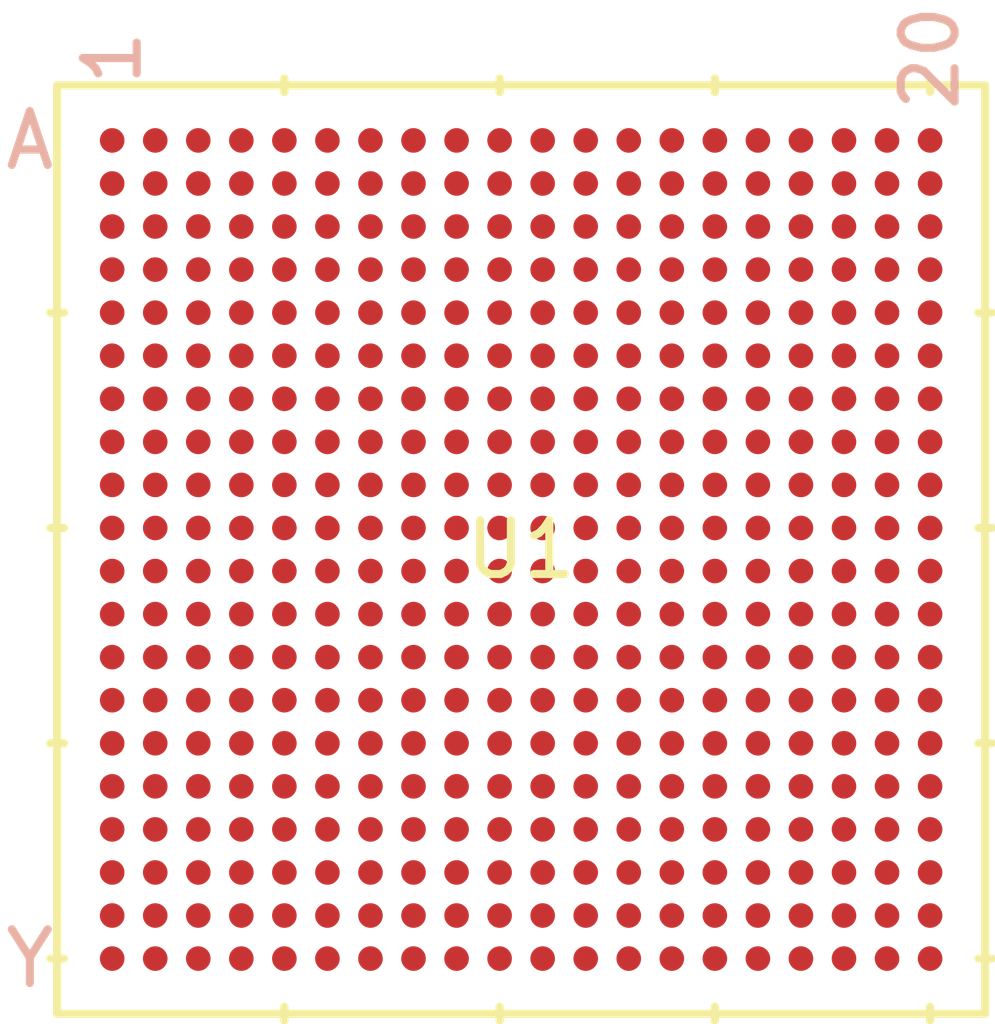
<source format=kicad_pcb>
(kicad_pcb (version 20241229) (generator "pcbnew") (generator_version "9.0")
  (layers (0 "F.Cu" signal) (2 "B.Cu" signal) (13 "F.Paste" user) (15 "B.Paste" user) (5 "F.SilkS" user "F.Silkscreen") (7 "B.SilkS" user "B.Silkscreen") (1 "F.Mask" user) (3 "B.Mask" user) (25 "Edge.Cuts" user))
  (net 0 "")
  (net 1 "USB0-STP")
  (net 3 "SD0-CMD")
  (net 40 "+1V8")
  (net 56 "QSPI0-SCLK{slash}MODE-4")
  (net 66 "MIO0-6")
  (net 68 "UART0-TX")
  (net 69 "ETH0-TX-CLK")
  (net 73 "QSPI0-SS-B")
  (net 75 "SD0-CLK")
  (net 89 "USB0-DATA-7")
  (net 92 "QSPI0-IO-1{slash}MODE-1")
  (net 94 "USB0-DATA-2")
  (net 100 "ETH0-TX-CTL")
  (net 104 "MIO0-3")
  (net 114 "+3.3V")
  (net 125 "USB0-CLK")
  (net 132 "SD0-DATA-0")
  (net 133 "USB0-DIR")
  (net 134 "USB0-DATA-3")
  (net 162 "QSPI0-IO-0{slash}MODE-0")
  (net 163 "MIO1-0")
  (net 164 "SD0-DATA-3")
  (net 165 "USB0-DATA-1")
  (net 166 "MIO0-5")
  (net 167 "ETH0-RX-CTL")
  (net 168 "SD0-DATA-2")
  (net 184 "MIO0-0")
  (net 193 "UART0-RX")
  (net 202 "ETH0-TXD-1")
  (net 225 "USB0-DATA-0")
  (net 233 "USB0-DATA-4")
  (net 234 "MIO1-4")
  (net 237 "SD0-DATA-1")
  (net 243 "QSPI0-IO-3{slash}MODE-3")
  (net 254 "MIO0-1")
  (net 256 "ETH0-TXD-3")
  (net 258 "USB0-DATA-6")
  (net 275 "/zynqMio/CLK-33.33M")
  (net 282 "MIO1-3")
  (net 285 "USB0-NXT")
  (net 291 "ETH0-RXD-1")
  (net 295 "MIO1-5")
  (net 313 "QSPI0-IO-2{slash}MODE-2")
  (net 317 "USB0-DATA-5")
  (net 319 "ETH0-MDC")
  (net 335 "MIO1-2")
  (net 336 "MIO1-1")
  (net 343 "ETH0-RXD-0")
  (net 344 "ETH0-MDIO")
  (net 346 "ETH0-TXD-2")
  (net 351 "MIO0-7")
  (net 352 "ETH0-RX-CLK")
  (net 354 "ETH0-RXD-3")
  (net 364 "MIO0-2")
  (net 369 "MIO0-4")
  (net 382 "ETH0-RXD-2")
  (net 394 "ETH0-TXD-0")
  (footprint "Zynq:CLG400_ZYNQ-7000_AMD" (layer "F.Cu") (at 134.900001 119.400001)
    (property "Reference" "U1" (at 0 0 0) (layer "F.SilkS"))
    (property "Value" "XC7Z020-2CLG400I")
    (fp_line (start -8.6233 -8.6233) (end -8.6233 8.6233) (stroke (width 0.1524)) (layer "F.SilkS"))
    (fp_line (start -8.6233 8.6233) (end 8.6233 8.6233) (stroke (width 0.1524)) (layer "F.SilkS"))
    (fp_line (start -8.4963 -4.400042) (end -8.7503 -4.400042) (stroke (width 0.1524)) (layer "F.SilkS"))
    (fp_line (start -8.4963 -0.40005) (end -8.7503 -0.40005) (stroke (width 0.1524)) (layer "F.SilkS"))
    (fp_line (start -8.4963 3.599942) (end -8.7503 3.599942) (stroke (width 0.1524)) (layer "F.SilkS"))
    (fp_line (start -8.4963 7.599934) (end -8.7503 7.599934) (stroke (width 0.1524)) (layer "F.SilkS"))
    (fp_line (start -4.400042 -8.4963) (end -4.400042 -8.7503) (stroke (width 0.1524)) (layer "F.SilkS"))
    (fp_line (start -4.400042 8.4963) (end -4.400042 8.7503) (stroke (width 0.1524)) (layer "F.SilkS"))
    (fp_line (start -0.40005 -8.4963) (end -0.40005 -8.7503) (stroke (width 0.1524)) (layer "F.SilkS"))
    (fp_line (start -0.40005 8.4963) (end -0.40005 8.7503) (stroke (width 0.1524)) (layer "F.SilkS"))
    (fp_line (start 3.599942 -8.4963) (end 3.599942 -8.7503) (stroke (width 0.1524)) (layer "F.SilkS"))
    (fp_line (start 3.599942 8.4963) (end 3.599942 8.7503) (stroke (width 0.1524)) (layer "F.SilkS"))
    (fp_line (start 7.599934 -8.4963) (end 7.599934 -8.7503) (stroke (width 0.1524)) (layer "F.SilkS"))
    (fp_line (start 7.599934 8.4963) (end 7.599934 8.7503) (stroke (width 0.1524)) (layer "F.SilkS"))
    (fp_line (start 8.4963 -4.400042) (end 8.7503 -4.400042) (stroke (width 0.1524)) (layer "F.SilkS"))
    (fp_line (start 8.4963 -0.40005) (end 8.7503 -0.40005) (stroke (width 0.1524)) (layer "F.SilkS"))
    (fp_line (start 8.4963 3.599942) (end 8.7503 3.599942) (stroke (width 0.1524)) (layer "F.SilkS"))
    (fp_line (start 8.4963 7.599934) (end 8.7503 7.599934) (stroke (width 0.1524)) (layer "F.SilkS"))
    (fp_line (start 8.6233 -8.6233) (end -8.6233 -8.6233) (stroke (width 0.1524)) (layer "F.SilkS"))
    (fp_line (start 8.6233 8.6233) (end 8.6233 -8.6233) (stroke (width 0.1524)) (layer "F.SilkS"))
    (fp_text user "20" (at 7.599999 -9.1313 90) (layer "F.SilkS"))
    (fp_text user "A" (at -9.1313 -7.599999 0) (layer "F.SilkS"))
    (fp_text user "Y" (at -9.1313 7.599999 0) (layer "F.SilkS"))
    (fp_text user "1" (at -7.599999 -9.1313 90) (layer "F.SilkS"))
    (fp_text user "Y" (at -9.1313 7.599999 0) (layer "B.SilkS"))
    (fp_text user "1" (at -7.599999 -9.1313 90) (layer "B.SilkS"))
    (fp_text user "A" (at -9.1313 -7.599999 0) (layer "B.SilkS"))
    (fp_text user "20" (at 7.599999 -9.1313 90) (layer "B.SilkS"))
    (pad "A1" smd circle (at -7.599999 -7.599999) (size 0.4572 0.4572) (layers "F.Cu" "F.Mask" "F.Paste"))
    (pad "A2" smd circle (at -6.799999 -7.599999) (size 0.4572 0.4572) (layers "F.Cu" "F.Mask" "F.Paste"))
    (pad "A3" smd circle (at -5.999999 -7.599999) (size 0.4572 0.4572) (layers "F.Cu" "F.Mask" "F.Paste"))
    (pad "A4" smd circle (at -5.199999 -7.599999) (size 0.4572 0.4572) (layers "F.Cu" "F.Mask" "F.Paste"))
    (pad "A5" smd circle (at -4.399999 -7.599999) (size 0.4572 0.4572) (layers "F.Cu" "F.Mask" "F.Paste") (net 56 "QSPI0-SCLK{slash}MODE-4"))
    (pad "A6" smd circle (at -3.599999 -7.599999) (size 0.4572 0.4572) (layers "F.Cu" "F.Mask" "F.Paste") (net 243 "QSPI0-IO-3{slash}MODE-3"))
    (pad "A7" smd circle (at -2.8 -7.599999) (size 0.4572 0.4572) (layers "F.Cu" "F.Mask" "F.Paste") (net 73 "QSPI0-SS-B"))
    (pad "A8" smd circle (at -2 -7.599999) (size 0.4572 0.4572) (layers "F.Cu" "F.Mask" "F.Paste"))
    (pad "A9" smd circle (at -1.2 -7.599999) (size 0.4572 0.4572) (layers "F.Cu" "F.Mask" "F.Paste") (net 237 "SD0-DATA-1"))
    (pad "A10" smd circle (at -0.4 -7.599999) (size 0.4572 0.4572) (layers "F.Cu" "F.Mask" "F.Paste") (net 317 "USB0-DATA-5"))
    (pad "A11" smd circle (at 0.4 -7.599999) (size 0.4572 0.4572) (layers "F.Cu" "F.Mask" "F.Paste") (net 125 "USB0-CLK"))
    (pad "A12" smd circle (at 1.2 -7.599999) (size 0.4572 0.4572) (layers "F.Cu" "F.Mask" "F.Paste") (net 94 "USB0-DATA-2"))
    (pad "A13" smd circle (at 2 -7.599999) (size 0.4572 0.4572) (layers "F.Cu" "F.Mask" "F.Paste") (net 40 "+1V8"))
    (pad "A14" smd circle (at 2.8 -7.599999) (size 0.4572 0.4572) (layers "F.Cu" "F.Mask" "F.Paste") (net 225 "USB0-DATA-0"))
    (pad "A15" smd circle (at 3.6 -7.599999) (size 0.4572 0.4572) (layers "F.Cu" "F.Mask" "F.Paste") (net 354 "ETH0-RXD-3"))
    (pad "A16" smd circle (at 4.4 -7.599999) (size 0.4572 0.4572) (layers "F.Cu" "F.Mask" "F.Paste") (net 291 "ETH0-RXD-1"))
    (pad "A17" smd circle (at 5.2 -7.599999) (size 0.4572 0.4572) (layers "F.Cu" "F.Mask" "F.Paste") (net 256 "ETH0-TXD-3"))
    (pad "A18" smd circle (at 5.999999 -7.599999) (size 0.4572 0.4572) (layers "F.Cu" "F.Mask" "F.Paste"))
    (pad "A19" smd circle (at 6.799999 -7.599999) (size 0.4572 0.4572) (layers "F.Cu" "F.Mask" "F.Paste") (net 69 "ETH0-TX-CLK"))
    (pad "A20" smd circle (at 7.599999 -7.599999) (size 0.4572 0.4572) (layers "F.Cu" "F.Mask" "F.Paste"))
    (pad "B1" smd circle (at -7.599999 -6.799999) (size 0.4572 0.4572) (layers "F.Cu" "F.Mask" "F.Paste"))
    (pad "B2" smd circle (at -6.799999 -6.799999) (size 0.4572 0.4572) (layers "F.Cu" "F.Mask" "F.Paste"))
    (pad "B3" smd circle (at -5.999999 -6.799999) (size 0.4572 0.4572) (layers "F.Cu" "F.Mask" "F.Paste"))
    (pad "B4" smd circle (at -5.199999 -6.799999) (size 0.4572 0.4572) (layers "F.Cu" "F.Mask" "F.Paste"))
    (pad "B5" smd circle (at -4.399999 -6.799999) (size 0.4572 0.4572) (layers "F.Cu" "F.Mask" "F.Paste") (net 104 "MIO0-3"))
    (pad "B6" smd circle (at -3.599999 -6.799999) (size 0.4572 0.4572) (layers "F.Cu" "F.Mask" "F.Paste") (net 114 "+3.3V"))
    (pad "B7" smd circle (at -2.8 -6.799999) (size 0.4572 0.4572) (layers "F.Cu" "F.Mask" "F.Paste") (net 313 "QSPI0-IO-2{slash}MODE-2"))
    (pad "B8" smd circle (at -2 -6.799999) (size 0.4572 0.4572) (layers "F.Cu" "F.Mask" "F.Paste") (net 162 "QSPI0-IO-0{slash}MODE-0"))
    (pad "B9" smd circle (at -1.2 -6.799999) (size 0.4572 0.4572) (layers "F.Cu" "F.Mask" "F.Paste") (net 295 "MIO1-5"))
    (pad "B10" smd circle (at -0.4 -6.799999) (size 0.4572 0.4572) (layers "F.Cu" "F.Mask" "F.Paste"))
    (pad "B11" smd circle (at 0.4 -6.799999) (size 0.4572 0.4572) (layers "F.Cu" "F.Mask" "F.Paste"))
    (pad "B12" smd circle (at 1.2 -6.799999) (size 0.4572 0.4572) (layers "F.Cu" "F.Mask" "F.Paste") (net 335 "MIO1-2"))
    (pad "B13" smd circle (at 2 -6.799999) (size 0.4572 0.4572) (layers "F.Cu" "F.Mask" "F.Paste") (net 234 "MIO1-4"))
    (pad "B14" smd circle (at 2.8 -6.799999) (size 0.4572 0.4572) (layers "F.Cu" "F.Mask" "F.Paste") (net 336 "MIO1-1"))
    (pad "B15" smd circle (at 3.6 -6.799999) (size 0.4572 0.4572) (layers "F.Cu" "F.Mask" "F.Paste") (net 164 "SD0-DATA-3"))
    (pad "B16" smd circle (at 4.4 -6.799999) (size 0.4572 0.4572) (layers "F.Cu" "F.Mask" "F.Paste") (net 40 "+1V8"))
    (pad "B17" smd circle (at 5.2 -6.799999) (size 0.4572 0.4572) (layers "F.Cu" "F.Mask" "F.Paste") (net 352 "ETH0-RX-CLK"))
    (pad "B18" smd circle (at 5.999999 -6.799999) (size 0.4572 0.4572) (layers "F.Cu" "F.Mask" "F.Paste") (net 202 "ETH0-TXD-1"))
    (pad "B19" smd circle (at 6.799999 -6.799999) (size 0.4572 0.4572) (layers "F.Cu" "F.Mask" "F.Paste"))
    (pad "B20" smd circle (at 7.599999 -6.799999) (size 0.4572 0.4572) (layers "F.Cu" "F.Mask" "F.Paste"))
    (pad "C1" smd circle (at -7.599999 -5.999999) (size 0.4572 0.4572) (layers "F.Cu" "F.Mask" "F.Paste"))
    (pad "C2" smd circle (at -6.799999 -5.999999) (size 0.4572 0.4572) (layers "F.Cu" "F.Mask" "F.Paste"))
    (pad "C3" smd circle (at -5.999999 -5.999999) (size 0.4572 0.4572) (layers "F.Cu" "F.Mask" "F.Paste"))
    (pad "C4" smd circle (at -5.199999 -5.999999) (size 0.4572 0.4572) (layers "F.Cu" "F.Mask" "F.Paste"))
    (pad "C5" smd circle (at -4.399999 -5.999999) (size 0.4572 0.4572) (layers "F.Cu" "F.Mask" "F.Paste") (net 193 "UART0-RX"))
    (pad "C6" smd circle (at -3.599999 -5.999999) (size 0.4572 0.4572) (layers "F.Cu" "F.Mask" "F.Paste") (net 166 "MIO0-5"))
    (pad "C7" smd circle (at -2.8 -5.999999) (size 0.4572 0.4572) (layers "F.Cu" "F.Mask" "F.Paste"))
    (pad "C8" smd circle (at -2 -5.999999) (size 0.4572 0.4572) (layers "F.Cu" "F.Mask" "F.Paste") (net 68 "UART0-TX"))
    (pad "C9" smd circle (at -1.2 -5.999999) (size 0.4572 0.4572) (layers "F.Cu" "F.Mask" "F.Paste"))
    (pad "C10" smd circle (at -0.4 -5.999999) (size 0.4572 0.4572) (layers "F.Cu" "F.Mask" "F.Paste") (net 319 "ETH0-MDC"))
    (pad "C11" smd circle (at 0.4 -5.999999) (size 0.4572 0.4572) (layers "F.Cu" "F.Mask" "F.Paste") (net 344 "ETH0-MDIO"))
    (pad "C12" smd circle (at 1.2 -5.999999) (size 0.4572 0.4572) (layers "F.Cu" "F.Mask" "F.Paste") (net 282 "MIO1-3"))
    (pad "C13" smd circle (at 2 -5.999999) (size 0.4572 0.4572) (layers "F.Cu" "F.Mask" "F.Paste") (net 133 "USB0-DIR"))
    (pad "C14" smd circle (at 2.8 -5.999999) (size 0.4572 0.4572) (layers "F.Cu" "F.Mask" "F.Paste"))
    (pad "C15" smd circle (at 3.6 -5.999999) (size 0.4572 0.4572) (layers "F.Cu" "F.Mask" "F.Paste") (net 1 "USB0-STP"))
    (pad "C16" smd circle (at 4.4 -5.999999) (size 0.4572 0.4572) (layers "F.Cu" "F.Mask" "F.Paste") (net 233 "USB0-DATA-4"))
    (pad "C17" smd circle (at 5.2 -5.999999) (size 0.4572 0.4572) (layers "F.Cu" "F.Mask" "F.Paste") (net 3 "SD0-CMD"))
    (pad "C18" smd circle (at 5.999999 -5.999999) (size 0.4572 0.4572) (layers "F.Cu" "F.Mask" "F.Paste") (net 89 "USB0-DATA-7"))
    (pad "C19" smd circle (at 6.799999 -5.999999) (size 0.4572 0.4572) (layers "F.Cu" "F.Mask" "F.Paste"))
    (pad "C20" smd circle (at 7.599999 -5.999999) (size 0.4572 0.4572) (layers "F.Cu" "F.Mask" "F.Paste"))
    (pad "D1" smd circle (at -7.599999 -5.199999) (size 0.4572 0.4572) (layers "F.Cu" "F.Mask" "F.Paste"))
    (pad "D2" smd circle (at -6.799999 -5.199999) (size 0.4572 0.4572) (layers "F.Cu" "F.Mask" "F.Paste"))
    (pad "D3" smd circle (at -5.999999 -5.199999) (size 0.4572 0.4572) (layers "F.Cu" "F.Mask" "F.Paste"))
    (pad "D4" smd circle (at -5.199999 -5.199999) (size 0.4572 0.4572) (layers "F.Cu" "F.Mask" "F.Paste"))
    (pad "D5" smd circle (at -4.399999 -5.199999) (size 0.4572 0.4572) (layers "F.Cu" "F.Mask" "F.Paste") (net 364 "MIO0-2"))
    (pad "D6" smd circle (at -3.599999 -5.199999) (size 0.4572 0.4572) (layers "F.Cu" "F.Mask" "F.Paste") (net 92 "QSPI0-IO-1{slash}MODE-1"))
    (pad "D7" smd circle (at -2.8 -5.199999) (size 0.4572 0.4572) (layers "F.Cu" "F.Mask" "F.Paste") (net 114 "+3.3V"))
    (pad "D8" smd circle (at -2 -5.199999) (size 0.4572 0.4572) (layers "F.Cu" "F.Mask" "F.Paste") (net 254 "MIO0-1"))
    (pad "D9" smd circle (at -1.2 -5.199999) (size 0.4572 0.4572) (layers "F.Cu" "F.Mask" "F.Paste") (net 66 "MIO0-6"))
    (pad "D10" smd circle (at -0.4 -5.199999) (size 0.4572 0.4572) (layers "F.Cu" "F.Mask" "F.Paste") (net 346 "ETH0-TXD-2"))
    (pad "D11" smd circle (at 0.4 -5.199999) (size 0.4572 0.4572) (layers "F.Cu" "F.Mask" "F.Paste") (net 343 "ETH0-RXD-0"))
    (pad "D12" smd circle (at 1.2 -5.199999) (size 0.4572 0.4572) (layers "F.Cu" "F.Mask" "F.Paste") (net 40 "+1V8"))
    (pad "D13" smd circle (at 2 -5.199999) (size 0.4572 0.4572) (layers "F.Cu" "F.Mask" "F.Paste") (net 167 "ETH0-RX-CTL"))
    (pad "D14" smd circle (at 2.8 -5.199999) (size 0.4572 0.4572) (layers "F.Cu" "F.Mask" "F.Paste") (net 75 "SD0-CLK"))
    (pad "D15" smd circle (at 3.6 -5.199999) (size 0.4572 0.4572) (layers "F.Cu" "F.Mask" "F.Paste") (net 165 "USB0-DATA-1"))
    (pad "D16" smd circle (at 4.4 -5.199999) (size 0.4572 0.4572) (layers "F.Cu" "F.Mask" "F.Paste") (net 163 "MIO1-0"))
    (pad "D17" smd circle (at 5.2 -5.199999) (size 0.4572 0.4572) (layers "F.Cu" "F.Mask" "F.Paste"))
    (pad "D18" smd circle (at 5.999999 -5.199999) (size 0.4572 0.4572) (layers "F.Cu" "F.Mask" "F.Paste"))
    (pad "D19" smd circle (at 6.799999 -5.199999) (size 0.4572 0.4572) (layers "F.Cu" "F.Mask" "F.Paste"))
    (pad "D20" smd circle (at 7.599999 -5.199999) (size 0.4572 0.4572) (layers "F.Cu" "F.Mask" "F.Paste"))
    (pad "E1" smd circle (at -7.599999 -4.399999) (size 0.4572 0.4572) (layers "F.Cu" "F.Mask" "F.Paste"))
    (pad "E2" smd circle (at -6.799999 -4.399999) (size 0.4572 0.4572) (layers "F.Cu" "F.Mask" "F.Paste"))
    (pad "E3" smd circle (at -5.999999 -4.399999) (size 0.4572 0.4572) (layers "F.Cu" "F.Mask" "F.Paste"))
    (pad "E4" smd circle (at -5.199999 -4.399999) (size 0.4572 0.4572) (layers "F.Cu" "F.Mask" "F.Paste"))
    (pad "E5" smd circle (at -4.399999 -4.399999) (size 0.4572 0.4572) (layers "F.Cu" "F.Mask" "F.Paste"))
    (pad "E6" smd circle (at -3.599999 -4.399999) (size 0.4572 0.4572) (layers "F.Cu" "F.Mask" "F.Paste") (net 184 "MIO0-0"))
    (pad "E7" smd circle (at -2.8 -4.399999) (size 0.4572 0.4572) (layers "F.Cu" "F.Mask" "F.Paste") (net 275 "/zynqMio/CLK-33.33M"))
    (pad "E8" smd circle (at -2 -4.399999) (size 0.4572 0.4572) (layers "F.Cu" "F.Mask" "F.Paste") (net 351 "MIO0-7"))
    (pad "E9" smd circle (at -1.2 -4.399999) (size 0.4572 0.4572) (layers "F.Cu" "F.Mask" "F.Paste") (net 369 "MIO0-4"))
    (pad "E10" smd circle (at -0.4 -4.399999) (size 0.4572 0.4572) (layers "F.Cu" "F.Mask" "F.Paste"))
    (pad "E11" smd circle (at 0.4 -4.399999) (size 0.4572 0.4572) (layers "F.Cu" "F.Mask" "F.Paste"))
    (pad "E12" smd circle (at 1.2 -4.399999) (size 0.4572 0.4572) (layers "F.Cu" "F.Mask" "F.Paste") (net 132 "SD0-DATA-0"))
    (pad "E13" smd circle (at 2 -4.399999) (size 0.4572 0.4572) (layers "F.Cu" "F.Mask" "F.Paste") (net 258 "USB0-DATA-6"))
    (pad "E14" smd circle (at 2.8 -4.399999) (size 0.4572 0.4572) (layers "F.Cu" "F.Mask" "F.Paste") (net 394 "ETH0-TXD-0"))
    (pad "E15" smd circle (at 3.6 -4.399999) (size 0.4572 0.4572) (layers "F.Cu" "F.Mask" "F.Paste") (net 40 "+1V8"))
    (pad "E16" smd circle (at 4.4 -4.399999) (size 0.4572 0.4572) (layers "F.Cu" "F.Mask" "F.Paste") (net 285 "USB0-NXT"))
    (pad "E17" smd circle (at 5.2 -4.399999) (size 0.4572 0.4572) (layers "F.Cu" "F.Mask" "F.Paste"))
    (pad "E18" smd circle (at 5.999999 -4.399999) (size 0.4572 0.4572) (layers "F.Cu" "F.Mask" "F.Paste"))
    (pad "E19" smd circle (at 6.799999 -4.399999) (size 0.4572 0.4572) (layers "F.Cu" "F.Mask" "F.Paste"))
    (pad "E20" smd circle (at 7.599999 -4.399999) (size 0.4572 0.4572) (layers "F.Cu" "F.Mask" "F.Paste"))
    (pad "F1" smd circle (at -7.599999 -3.599999) (size 0.4572 0.4572) (layers "F.Cu" "F.Mask" "F.Paste"))
    (pad "F2" smd circle (at -6.799999 -3.599999) (size 0.4572 0.4572) (layers "F.Cu" "F.Mask" "F.Paste"))
    (pad "F3" smd circle (at -5.999999 -3.599999) (size 0.4572 0.4572) (layers "F.Cu" "F.Mask" "F.Paste"))
    (pad "F4" smd circle (at -5.199999 -3.599999) (size 0.4572 0.4572) (layers "F.Cu" "F.Mask" "F.Paste"))
    (pad "F5" smd circle (at -4.399999 -3.599999) (size 0.4572 0.4572) (layers "F.Cu" "F.Mask" "F.Paste"))
    (pad "F6" smd circle (at -3.599999 -3.599999) (size 0.4572 0.4572) (layers "F.Cu" "F.Mask" "F.Paste"))
    (pad "F7" smd circle (at -2.8 -3.599999) (size 0.4572 0.4572) (layers "F.Cu" "F.Mask" "F.Paste"))
    (pad "F8" smd circle (at -2 -3.599999) (size 0.4572 0.4572) (layers "F.Cu" "F.Mask" "F.Paste"))
    (pad "F9" smd circle (at -1.2 -3.599999) (size 0.4572 0.4572) (layers "F.Cu" "F.Mask" "F.Paste"))
    (pad "F10" smd circle (at -0.4 -3.599999) (size 0.4572 0.4572) (layers "F.Cu" "F.Mask" "F.Paste"))
    (pad "F11" smd circle (at 0.4 -3.599999) (size 0.4572 0.4572) (layers "F.Cu" "F.Mask" "F.Paste"))
    (pad "F12" smd circle (at 1.2 -3.599999) (size 0.4572 0.4572) (layers "F.Cu" "F.Mask" "F.Paste") (net 134 "USB0-DATA-3"))
    (pad "F13" smd circle (at 2 -3.599999) (size 0.4572 0.4572) (layers "F.Cu" "F.Mask" "F.Paste") (net 168 "SD0-DATA-2"))
    (pad "F14" smd circle (at 2.8 -3.599999) (size 0.4572 0.4572) (layers "F.Cu" "F.Mask" "F.Paste") (net 100 "ETH0-TX-CTL"))
    (pad "F15" smd circle (at 3.6 -3.599999) (size 0.4572 0.4572) (layers "F.Cu" "F.Mask" "F.Paste") (net 382 "ETH0-RXD-2"))
    (pad "F16" smd circle (at 4.4 -3.599999) (size 0.4572 0.4572) (layers "F.Cu" "F.Mask" "F.Paste"))
    (pad "F17" smd circle (at 5.2 -3.599999) (size 0.4572 0.4572) (layers "F.Cu" "F.Mask" "F.Paste"))
    (pad "F18" smd circle (at 5.999999 -3.599999) (size 0.4572 0.4572) (layers "F.Cu" "F.Mask" "F.Paste"))
    (pad "F19" smd circle (at 6.799999 -3.599999) (size 0.4572 0.4572) (layers "F.Cu" "F.Mask" "F.Paste"))
    (pad "F20" smd circle (at 7.599999 -3.599999) (size 0.4572 0.4572) (layers "F.Cu" "F.Mask" "F.Paste"))
    (pad "G1" smd circle (at -7.599999 -2.8) (size 0.4572 0.4572) (layers "F.Cu" "F.Mask" "F.Paste"))
    (pad "G2" smd circle (at -6.799999 -2.8) (size 0.4572 0.4572) (layers "F.Cu" "F.Mask" "F.Paste"))
    (pad "G3" smd circle (at -5.999999 -2.8) (size 0.4572 0.4572) (layers "F.Cu" "F.Mask" "F.Paste"))
    (pad "G4" smd circle (at -5.199999 -2.8) (size 0.4572 0.4572) (layers "F.Cu" "F.Mask" "F.Paste"))
    (pad "G5" smd circle (at -4.399999 -2.8) (size 0.4572 0.4572) (layers "F.Cu" "F.Mask" "F.Paste"))
    (pad "G6" smd circle (at -3.599999 -2.8) (size 0.4572 0.4572) (layers "F.Cu" "F.Mask" "F.Paste"))
    (pad "G7" smd circle (at -2.8 -2.8) (size 0.4572 0.4572) (layers "F.Cu" "F.Mask" "F.Paste"))
    (pad "G8" smd circle (at -2 -2.8) (size 0.4572 0.4572) (layers "F.Cu" "F.Mask" "F.Paste"))
    (pad "G9" smd circle (at -1.2 -2.8) (size 0.4572 0.4572) (layers "F.Cu" "F.Mask" "F.Paste"))
    (pad "G10" smd circle (at -0.4 -2.8) (size 0.4572 0.4572) (layers "F.Cu" "F.Mask" "F.Paste"))
    (pad "G11" smd circle (at 0.4 -2.8) (size 0.4572 0.4572) (layers "F.Cu" "F.Mask" "F.Paste"))
    (pad "G12" smd circle (at 1.2 -2.8) (size 0.4572 0.4572) (layers "F.Cu" "F.Mask" "F.Paste"))
    (pad "G13" smd circle (at 2 -2.8) (size 0.4572 0.4572) (layers "F.Cu" "F.Mask" "F.Paste"))
    (pad "G14" smd circle (at 2.8 -2.8) (size 0.4572 0.4572) (layers "F.Cu" "F.Mask" "F.Paste"))
    (pad "G15" smd circle (at 3.6 -2.8) (size 0.4572 0.4572) (layers "F.Cu" "F.Mask" "F.Paste"))
    (pad "G16" smd circle (at 4.4 -2.8) (size 0.4572 0.4572) (layers "F.Cu" "F.Mask" "F.Paste"))
    (pad "G17" smd circle (at 5.2 -2.8) (size 0.4572 0.4572) (layers "F.Cu" "F.Mask" "F.Paste"))
    (pad "G18" smd circle (at 5.999999 -2.8) (size 0.4572 0.4572) (layers "F.Cu" "F.Mask" "F.Paste"))
    (pad "G19" smd circle (at 6.799999 -2.8) (size 0.4572 0.4572) (layers "F.Cu" "F.Mask" "F.Paste"))
    (pad "G20" smd circle (at 7.599999 -2.8) (size 0.4572 0.4572) (layers "F.Cu" "F.Mask" "F.Paste"))
    (pad "H1" smd circle (at -7.599999 -2) (size 0.4572 0.4572) (layers "F.Cu" "F.Mask" "F.Paste"))
    (pad "H2" smd circle (at -6.799999 -2) (size 0.4572 0.4572) (layers "F.Cu" "F.Mask" "F.Paste"))
    (pad "H3" smd circle (at -5.999999 -2) (size 0.4572 0.4572) (layers "F.Cu" "F.Mask" "F.Paste"))
    (pad "H4" smd circle (at -5.199999 -2) (size 0.4572 0.4572) (layers "F.Cu" "F.Mask" "F.Paste"))
    (pad "H5" smd circle (at -4.399999 -2) (size 0.4572 0.4572) (layers "F.Cu" "F.Mask" "F.Paste"))
    (pad "H6" smd circle (at -3.599999 -2) (size 0.4572 0.4572) (layers "F.Cu" "F.Mask" "F.Paste"))
    (pad "H7" smd circle (at -2.8 -2) (size 0.4572 0.4572) (layers "F.Cu" "F.Mask" "F.Paste"))
    (pad "H8" smd circle (at -2 -2) (size 0.4572 0.4572) (layers "F.Cu" "F.Mask" "F.Paste"))
    (pad "H9" smd circle (at -1.2 -2) (size 0.4572 0.4572) (layers "F.Cu" "F.Mask" "F.Paste"))
    (pad "H10" smd circle (at -0.4 -2) (size 0.4572 0.4572) (layers "F.Cu" "F.Mask" "F.Paste"))
    (pad "H11" smd circle (at 0.4 -2) (size 0.4572 0.4572) (layers "F.Cu" "F.Mask" "F.Paste"))
    (pad "H12" smd circle (at 1.2 -2) (size 0.4572 0.4572) (layers "F.Cu" "F.Mask" "F.Paste"))
    (pad "H13" smd circle (at 2 -2) (size 0.4572 0.4572) (layers "F.Cu" "F.Mask" "F.Paste"))
    (pad "H14" smd circle (at 2.8 -2) (size 0.4572 0.4572) (layers "F.Cu" "F.Mask" "F.Paste"))
    (pad "H15" smd circle (at 3.6 -2) (size 0.4572 0.4572) (layers "F.Cu" "F.Mask" "F.Paste"))
    (pad "H16" smd circle (at 4.4 -2) (size 0.4572 0.4572) (layers "F.Cu" "F.Mask" "F.Paste"))
    (pad "H17" smd circle (at 5.2 -2) (size 0.4572 0.4572) (layers "F.Cu" "F.Mask" "F.Paste"))
    (pad "H18" smd circle (at 5.999999 -2) (size 0.4572 0.4572) (layers "F.Cu" "F.Mask" "F.Paste"))
    (pad "H19" smd circle (at 6.799999 -2) (size 0.4572 0.4572) (layers "F.Cu" "F.Mask" "F.Paste"))
    (pad "H20" smd circle (at 7.599999 -2) (size 0.4572 0.4572) (layers "F.Cu" "F.Mask" "F.Paste"))
    (pad "J1" smd circle (at -7.599999 -1.2) (size 0.4572 0.4572) (layers "F.Cu" "F.Mask" "F.Paste"))
    (pad "J2" smd circle (at -6.799999 -1.2) (size 0.4572 0.4572) (layers "F.Cu" "F.Mask" "F.Paste"))
    (pad "J3" smd circle (at -5.999999 -1.2) (size 0.4572 0.4572) (layers "F.Cu" "F.Mask" "F.Paste"))
    (pad "J4" smd circle (at -5.199999 -1.2) (size 0.4572 0.4572) (layers "F.Cu" "F.Mask" "F.Paste"))
    (pad "J5" smd circle (at -4.399999 -1.2) (size 0.4572 0.4572) (layers "F.Cu" "F.Mask" "F.Paste"))
    (pad "J6" smd circle (at -3.599999 -1.2) (size 0.4572 0.4572) (layers "F.Cu" "F.Mask" "F.Paste"))
    (pad "J7" smd circle (at -2.8 -1.2) (size 0.4572 0.4572) (layers "F.Cu" "F.Mask" "F.Paste"))
    (pad "J8" smd circle (at -2 -1.2) (size 0.4572 0.4572) (layers "F.Cu" "F.Mask" "F.Paste"))
    (pad "J9" smd circle (at -1.2 -1.2) (size 0.4572 0.4572) (layers "F.Cu" "F.Mask" "F.Paste"))
    (pad "J10" smd circle (at -0.4 -1.2) (size 0.4572 0.4572) (layers "F.Cu" "F.Mask" "F.Paste"))
    (pad "J11" smd circle (at 0.4 -1.2) (size 0.4572 0.4572) (layers "F.Cu" "F.Mask" "F.Paste"))
    (pad "J12" smd circle (at 1.2 -1.2) (size 0.4572 0.4572) (layers "F.Cu" "F.Mask" "F.Paste"))
    (pad "J13" smd circle (at 2 -1.2) (size 0.4572 0.4572) (layers "F.Cu" "F.Mask" "F.Paste"))
    (pad "J14" smd circle (at 2.8 -1.2) (size 0.4572 0.4572) (layers "F.Cu" "F.Mask" "F.Paste"))
    (pad "J15" smd circle (at 3.6 -1.2) (size 0.4572 0.4572) (layers "F.Cu" "F.Mask" "F.Paste"))
    (pad "J16" smd circle (at 4.4 -1.2) (size 0.4572 0.4572) (layers "F.Cu" "F.Mask" "F.Paste"))
    (pad "J17" smd circle (at 5.2 -1.2) (size 0.4572 0.4572) (layers "F.Cu" "F.Mask" "F.Paste"))
    (pad "J18" smd circle (at 5.999999 -1.2) (size 0.4572 0.4572) (layers "F.Cu" "F.Mask" "F.Paste"))
    (pad "J19" smd circle (at 6.799999 -1.2) (size 0.4572 0.4572) (layers "F.Cu" "F.Mask" "F.Paste"))
    (pad "J20" smd circle (at 7.599999 -1.2) (size 0.4572 0.4572) (layers "F.Cu" "F.Mask" "F.Paste"))
    (pad "K1" smd circle (at -7.599999 -0.4) (size 0.4572 0.4572) (layers "F.Cu" "F.Mask" "F.Paste"))
    (pad "K2" smd circle (at -6.799999 -0.4) (size 0.4572 0.4572) (layers "F.Cu" "F.Mask" "F.Paste"))
    (pad "K3" smd circle (at -5.999999 -0.4) (size 0.4572 0.4572) (layers "F.Cu" "F.Mask" "F.Paste"))
    (pad "K4" smd circle (at -5.199999 -0.4) (size 0.4572 0.4572) (layers "F.Cu" "F.Mask" "F.Paste"))
    (pad "K5" smd circle (at -4.399999 -0.4) (size 0.4572 0.4572) (layers "F.Cu" "F.Mask" "F.Paste"))
    (pad "K6" smd circle (at -3.599999 -0.4) (size 0.4572 0.4572) (layers "F.Cu" "F.Mask" "F.Paste"))
    (pad "K7" smd circle (at -2.8 -0.4) (size 0.4572 0.4572) (layers "F.Cu" "F.Mask" "F.Paste"))
    (pad "K8" smd circle (at -2 -0.4) (size 0.4572 0.4572) (layers "F.Cu" "F.Mask" "F.Paste"))
    (pad "K9" smd circle (at -1.2 -0.4) (size 0.4572 0.4572) (layers "F.Cu" "F.Mask" "F.Paste"))
    (pad "K10" smd circle (at -0.4 -0.4) (size 0.4572 0.4572) (layers "F.Cu" "F.Mask" "F.Paste"))
    (pad "K11" smd circle (at 0.4 -0.4) (size 0.4572 0.4572) (layers "F.Cu" "F.Mask" "F.Paste"))
    (pad "K12" smd circle (at 1.2 -0.4) (size 0.4572 0.4572) (layers "F.Cu" "F.Mask" "F.Paste"))
    (pad "K13" smd circle (at 2 -0.4) (size 0.4572 0.4572) (layers "F.Cu" "F.Mask" "F.Paste"))
    (pad "K14" smd circle (at 2.8 -0.4) (size 0.4572 0.4572) (layers "F.Cu" "F.Mask" "F.Paste"))
    (pad "K15" smd circle (at 3.6 -0.4) (size 0.4572 0.4572) (layers "F.Cu" "F.Mask" "F.Paste"))
    (pad "K16" smd circle (at 4.4 -0.4) (size 0.4572 0.4572) (layers "F.Cu" "F.Mask" "F.Paste"))
    (pad "K17" smd circle (at 5.2 -0.4) (size 0.4572 0.4572) (layers "F.Cu" "F.Mask" "F.Paste"))
    (pad "K18" smd circle (at 5.999999 -0.4) (size 0.4572 0.4572) (layers "F.Cu" "F.Mask" "F.Paste"))
    (pad "K19" smd circle (at 6.799999 -0.4) (size 0.4572 0.4572) (layers "F.Cu" "F.Mask" "F.Paste"))
    (pad "K20" smd circle (at 7.599999 -0.4) (size 0.4572 0.4572) (layers "F.Cu" "F.Mask" "F.Paste"))
    (pad "L1" smd circle (at -7.599999 0.4) (size 0.4572 0.4572) (layers "F.Cu" "F.Mask" "F.Paste"))
    (pad "L2" smd circle (at -6.799999 0.4) (size 0.4572 0.4572) (layers "F.Cu" "F.Mask" "F.Paste"))
    (pad "L3" smd circle (at -5.999999 0.4) (size 0.4572 0.4572) (layers "F.Cu" "F.Mask" "F.Paste"))
    (pad "L4" smd circle (at -5.199999 0.4) (size 0.4572 0.4572) (layers "F.Cu" "F.Mask" "F.Paste"))
    (pad "L5" smd circle (at -4.399999 0.4) (size 0.4572 0.4572) (layers "F.Cu" "F.Mask" "F.Paste"))
    (pad "L6" smd circle (at -3.599999 0.4) (size 0.4572 0.4572) (layers "F.Cu" "F.Mask" "F.Paste"))
    (pad "L7" smd circle (at -2.8 0.4) (size 0.4572 0.4572) (layers "F.Cu" "F.Mask" "F.Paste"))
    (pad "L8" smd circle (at -2 0.4) (size 0.4572 0.4572) (layers "F.Cu" "F.Mask" "F.Paste"))
    (pad "L9" smd circle (at -1.2 0.4) (size 0.4572 0.4572) (layers "F.Cu" "F.Mask" "F.Paste"))
    (pad "L10" smd circle (at -0.4 0.4) (size 0.4572 0.4572) (layers "F.Cu" "F.Mask" "F.Paste"))
    (pad "L11" smd circle (at 0.4 0.4) (size 0.4572 0.4572) (layers "F.Cu" "F.Mask" "F.Paste"))
    (pad "L12" smd circle (at 1.2 0.4) (size 0.4572 0.4572) (layers "F.Cu" "F.Mask" "F.Paste"))
    (pad "L13" smd circle (at 2 0.4) (size 0.4572 0.4572) (layers "F.Cu" "F.Mask" "F.Paste"))
    (pad "L14" smd circle (at 2.8 0.4) (size 0.4572 0.4572) (layers "F.Cu" "F.Mask" "F.Paste"))
    (pad "L15" smd circle (at 3.6 0.4) (size 0.4572 0.4572) (layers "F.Cu" "F.Mask" "F.Paste"))
    (pad "L16" smd circle (at 4.4 0.4) (size 0.4572 0.4572) (layers "F.Cu" "F.Mask" "F.Paste"))
    (pad "L17" smd circle (at 5.2 0.4) (size 0.4572 0.4572) (layers "F.Cu" "F.Mask" "F.Paste"))
    (pad "L18" smd circle (at 5.999999 0.4) (size 0.4572 0.4572) (layers "F.Cu" "F.Mask" "F.Paste"))
    (pad "L19" smd circle (at 6.799999 0.4) (size 0.4572 0.4572) (layers "F.Cu" "F.Mask" "F.Paste"))
    (pad "L20" smd circle (at 7.599999 0.4) (size 0.4572 0.4572) (layers "F.Cu" "F.Mask" "F.Paste"))
    (pad "M1" smd circle (at -7.599999 1.2) (size 0.4572 0.4572) (layers "F.Cu" "F.Mask" "F.Paste"))
    (pad "M2" smd circle (at -6.799999 1.2) (size 0.4572 0.4572) (layers "F.Cu" "F.Mask" "F.Paste"))
    (pad "M3" smd circle (at -5.999999 1.2) (size 0.4572 0.4572) (layers "F.Cu" "F.Mask" "F.Paste"))
    (pad "M4" smd circle (at -5.199999 1.2) (size 0.4572 0.4572) (layers "F.Cu" "F.Mask" "F.Paste"))
    (pad "M5" smd circle (at -4.399999 1.2) (size 0.4572 0.4572) (layers "F.Cu" "F.Mask" "F.Paste"))
    (pad "M6" smd circle (at -3.599999 1.2) (size 0.4572 0.4572) (layers "F.Cu" "F.Mask" "F.Paste"))
    (pad "M7" smd circle (at -2.8 1.2) (size 0.4572 0.4572) (layers "F.Cu" "F.Mask" "F.Paste"))
    (pad "M8" smd circle (at -2 1.2) (size 0.4572 0.4572) (layers "F.Cu" "F.Mask" "F.Paste"))
    (pad "M9" smd circle (at -1.2 1.2) (size 0.4572 0.4572) (layers "F.Cu" "F.Mask" "F.Paste"))
    (pad "M10" smd circle (at -0.4 1.2) (size 0.4572 0.4572) (layers "F.Cu" "F.Mask" "F.Paste"))
    (pad "M11" smd circle (at 0.4 1.2) (size 0.4572 0.4572) (layers "F.Cu" "F.Mask" "F.Paste"))
    (pad "M12" smd circle (at 1.2 1.2) (size 0.4572 0.4572) (layers "F.Cu" "F.Mask" "F.Paste"))
    (pad "M13" smd circle (at 2 1.2) (size 0.4572 0.4572) (layers "F.Cu" "F.Mask" "F.Paste"))
    (pad "M14" smd circle (at 2.8 1.2) (size 0.4572 0.4572) (layers "F.Cu" "F.Mask" "F.Paste"))
    (pad "M15" smd circle (at 3.6 1.2) (size 0.4572 0.4572) (layers "F.Cu" "F.Mask" "F.Paste"))
    (pad "M16" smd circle (at 4.4 1.2) (size 0.4572 0.4572) (layers "F.Cu" "F.Mask" "F.Paste"))
    (pad "M17" smd circle (at 5.2 1.2) (size 0.4572 0.4572) (layers "F.Cu" "F.Mask" "F.Paste"))
    (pad "M18" smd circle (at 5.999999 1.2) (size 0.4572 0.4572) (layers "F.Cu" "F.Mask" "F.Paste"))
    (pad "M19" smd circle (at 6.799999 1.2) (size 0.4572 0.4572) (layers "F.Cu" "F.Mask" "F.Paste"))
    (pad "M20" smd circle (at 7.599999 1.2) (size 0.4572 0.4572) (layers "F.Cu" "F.Mask" "F.Paste"))
    (pad "N1" smd circle (at -7.599999 2) (size 0.4572 0.4572) (layers "F.Cu" "F.Mask" "F.Paste"))
    (pad "N2" smd circle (at -6.799999 2) (size 0.4572 0.4572) (layers "F.Cu" "F.Mask" "F.Paste"))
    (pad "N3" smd circle (at -5.999999 2) (size 0.4572 0.4572) (layers "F.Cu" "F.Mask" "F.Paste"))
    (pad "N4" smd circle (at -5.199999 2) (size 0.4572 0.4572) (layers "F.Cu" "F.Mask" "F.Paste"))
    (pad "N5" smd circle (at -4.399999 2) (size 0.4572 0.4572) (layers "F.Cu" "F.Mask" "F.Paste"))
    (pad "N6" smd circle (at -3.599999 2) (size 0.4572 0.4572) (layers "F.Cu" "F.Mask" "F.Paste"))
    (pad "N7" smd circle (at -2.8 2) (size 0.4572 0.4572) (layers "F.Cu" "F.Mask" "F.Paste"))
    (pad "N8" smd circle (at -2 2) (size 0.4572 0.4572) (layers "F.Cu" "F.Mask" "F.Paste"))
    (pad "N9" smd circle (at -1.2 2) (size 0.4572 0.4572) (layers "F.Cu" "F.Mask" "F.Paste"))
    (pad "N10" smd circle (at -0.4 2) (size 0.4572 0.4572) (layers "F.Cu" "F.Mask" "F.Paste"))
    (pad "N11" smd circle (at 0.4 2) (size 0.4572 0.4572) (layers "F.Cu" "F.Mask" "F.Paste"))
    (pad "N12" smd circle (at 1.2 2) (size 0.4572 0.4572) (layers "F.Cu" "F.Mask" "F.Paste"))
    (pad "N13" smd circle (at 2 2) (size 0.4572 0.4572) (layers "F.Cu" "F.Mask" "F.Paste"))
    (pad "N14" smd circle (at 2.8 2) (size 0.4572 0.4572) (layers "F.Cu" "F.Mask" "F.Paste"))
    (pad "N15" smd circle (at 3.6 2) (size 0.4572 0.4572) (layers "F.Cu" "F.Mask" "F.Paste"))
    (pad "N16" smd circle (at 4.4 2) (size 0.4572 0.4572) (layers "F.Cu" "F.Mask" "F.Paste"))
    (pad "N17" smd circle (at 5.2 2) (size 0.4572 0.4572) (layers "F.Cu" "F.Mask" "F.Paste"))
    (pad "N18" smd circle (at 5.999999 2) (size 0.4572 0.4572) (layers "F.Cu" "F.Mask" "F.Paste"))
    (pad "N19" smd circle (at 6.799999 2) (size 0.4572 0.4572) (layers "F.Cu" "F.Mask" "F.Paste"))
    (pad "N20" smd circle (at 7.599999 2) (size 0.4572 0.4572) (layers "F.Cu" "F.Mask" "F.Paste"))
    (pad "P1" smd circle (at -7.599999 2.8) (size 0.4572 0.4572) (layers "F.Cu" "F.Mask" "F.Paste"))
    (pad "P2" smd circle (at -6.799999 2.8) (size 0.4572 0.4572) (layers "F.Cu" "F.Mask" "F.Paste"))
    (pad "P3" smd circle (at -5.999999 2.8) (size 0.4572 0.4572) (layers "F.Cu" "F.Mask" "F.Paste"))
    (pad "P4" smd circle (at -5.199999 2.8) (size 0.4572 0.4572) (layers "F.Cu" "F.Mask" "F.Paste"))
    (pad "P5" smd circle (at -4.399999 2.8) (size 0.4572 0.4572) (layers "F.Cu" "F.Mask" "F.Paste"))
    (pad "P6" smd circle (at -3.599999 2.8) (size 0.4572 0.4572) (layers "F.Cu" "F.Mask" "F.Paste"))
    (pad "P7" smd circle (at -2.8 2.8) (size 0.4572 0.4572) (layers "F.Cu" "F.Mask" "F.Paste"))
    (pad "P8" smd circle (at -2 2.8) (size 0.4572 0.4572) (layers "F.Cu" "F.Mask" "F.Paste"))
    (pad "P9" smd circle (at -1.2 2.8) (size 0.4572 0.4572) (layers "F.Cu" "F.Mask" "F.Paste"))
    (pad "P10" smd circle (at -0.4 2.8) (size 0.4572 0.4572) (layers "F.Cu" "F.Mask" "F.Paste"))
    (pad "P11" smd circle (at 0.4 2.8) (size 0.4572 0.4572) (layers "F.Cu" "F.Mask" "F.Paste"))
    (pad "P12" smd circle (at 1.2 2.8) (size 0.4572 0.4572) (layers "F.Cu" "F.Mask" "F.Paste"))
    (pad "P13" smd circle (at 2 2.8) (size 0.4572 0.4572) (layers "F.Cu" "F.Mask" "F.Paste"))
    (pad "P14" smd circle (at 2.8 2.8) (size 0.4572 0.4572) (layers "F.Cu" "F.Mask" "F.Paste"))
    (pad "P15" smd circle (at 3.6 2.8) (size 0.4572 0.4572) (layers "F.Cu" "F.Mask" "F.Paste"))
    (pad "P16" smd circle (at 4.4 2.8) (size 0.4572 0.4572) (layers "F.Cu" "F.Mask" "F.Paste"))
    (pad "P17" smd circle (at 5.2 2.8) (size 0.4572 0.4572) (layers "F.Cu" "F.Mask" "F.Paste"))
    (pad "P18" smd circle (at 5.999999 2.8) (size 0.4572 0.4572) (layers "F.Cu" "F.Mask" "F.Paste"))
    (pad "P19" smd circle (at 6.799999 2.8) (size 0.4572 0.4572) (layers "F.Cu" "F.Mask" "F.Paste"))
    (pad "P20" smd circle (at 7.599999 2.8) (size 0.4572 0.4572) (layers "F.Cu" "F.Mask" "F.Paste"))
    (pad "R1" smd circle (at -7.599999 3.6) (size 0.4572 0.4572) (layers "F.Cu" "F.Mask" "F.Paste"))
    (pad "R2" smd circle (at -6.799999 3.6) (size 0.4572 0.4572) (layers "F.Cu" "F.Mask" "F.Paste"))
    (pad "R3" smd circle (at -5.999999 3.6) (size 0.4572 0.4572) (layers "F.Cu" "F.Mask" "F.Paste"))
    (pad "R4" smd circle (at -5.199999 3.6) (size 0.4572 0.4572) (layers "F.Cu" "F.Mask" "F.Paste"))
    (pad "R5" smd circle (at -4.399999 3.6) (size 0.4572 0.4572) (layers "F.Cu" "F.Mask" "F.Paste"))
    (pad "R6" smd circle (at -3.599999 3.6) (size 0.4572 0.4572) (layers "F.Cu" "F.Mask" "F.Paste"))
    (pad "R7" smd circle (at -2.8 3.6) (size 0.4572 0.4572) (layers "F.Cu" "F.Mask" "F.Paste"))
    (pad "R8" smd circle (at -2 3.6) (size 0.4572 0.4572) (layers "F.Cu" "F.Mask" "F.Paste"))
    (pad "R9" smd circle (at -1.2 3.6) (size 0.4572 0.4572) (layers "F.Cu" "F.Mask" "F.Paste"))
    (pad "R10" smd circle (at -0.4 3.6) (size 0.4572 0.4572) (layers "F.Cu" "F.Mask" "F.Paste"))
    (pad "R11" smd circle (at 0.4 3.6) (size 0.4572 0.4572) (layers "F.Cu" "F.Mask" "F.Paste"))
    (pad "R12" smd circle (at 1.2 3.6) (size 0.4572 0.4572) (layers "F.Cu" "F.Mask" "F.Paste"))
    (pad "R13" smd circle (at 2 3.6) (size 0.4572 0.4572) (layers "F.Cu" "F.Mask" "F.Paste"))
    (pad "R14" smd circle (at 2.8 3.6) (size 0.4572 0.4572) (layers "F.Cu" "F.Mask" "F.Paste"))
    (pad "R15" smd circle (at 3.6 3.6) (size 0.4572 0.4572) (layers "F.Cu" "F.Mask" "F.Paste"))
    (pad "R16" smd circle (at 4.4 3.6) (size 0.4572 0.4572) (layers "F.Cu" "F.Mask" "F.Paste"))
    (pad "R17" smd circle (at 5.2 3.6) (size 0.4572 0.4572) (layers "F.Cu" "F.Mask" "F.Paste"))
    (pad "R18" smd circle (at 5.999999 3.6) (size 0.4572 0.4572) (layers "F.Cu" "F.Mask" "F.Paste"))
    (pad "R19" smd circle (at 6.799999 3.6) (size 0.4572 0.4572) (layers "F.Cu" "F.Mask" "F.Paste"))
    (pad "R20" smd circle (at 7.599999 3.6) (size 0.4572 0.4572) (layers "F.Cu" "F.Mask" "F.Paste"))
    (pad "T1" smd circle (at -7.599999 4.4) (size 0.4572 0.4572) (layers "F.Cu" "F.Mask" "F.Paste"))
    (pad "T2" smd circle (at -6.799999 4.4) (size 0.4572 0.4572) (layers "F.Cu" "F.Mask" "F.Paste"))
    (pad "T3" smd circle (at -5.999999 4.4) (size 0.4572 0.4572) (layers "F.Cu" "F.Mask" "F.Paste"))
    (pad "T4" smd circle (at -5.199999 4.4) (size 0.4572 0.4572) (layers "F.Cu" "F.Mask" "F.Paste"))
    (pad "T5" smd circle (at -4.399999 4.4) (size 0.4572 0.4572) (layers "F.Cu" "F.Mask" "F.Paste"))
    (pad "T6" smd circle (at -3.599999 4.4) (size 0.4572 0.4572) (layers "F.Cu" "F.Mask" "F.Paste"))
    (pad "T7" smd circle (at -2.8 4.4) (size 0.4572 0.4572) (layers "F.Cu" "F.Mask" "F.Paste"))
    (pad "T8" smd circle (at -2 4.4) (size 0.4572 0.4572) (layers "F.Cu" "F.Mask" "F.Paste"))
    (pad "T9" smd circle (at -1.2 4.4) (size 0.4572 0.4572) (layers "F.Cu" "F.Mask" "F.Paste"))
    (pad "T10" smd circle (at -0.4 4.4) (size 0.4572 0.4572) (layers "F.Cu" "F.Mask" "F.Paste"))
    (pad "T11" smd circle (at 0.4 4.4) (size 0.4572 0.4572) (layers "F.Cu" "F.Mask" "F.Paste"))
    (pad "T12" smd circle (at 1.2 4.4) (size 0.4572 0.4572) (layers "F.Cu" "F.Mask" "F.Paste"))
    (pad "T13" smd circle (at 2 4.4) (size 0.4572 0.4572) (layers "F.Cu" "F.Mask" "F.Paste"))
    (pad "T14" smd circle (at 2.8 4.4) (size 0.4572 0.4572) (layers "F.Cu" "F.Mask" "F.Paste"))
    (pad "T15" smd circle (at 3.6 4.4) (size 0.4572 0.4572) (layers "F.Cu" "F.Mask" "F.Paste"))
    (pad "T16" smd circle (at 4.4 4.4) (size 0.4572 0.4572) (layers "F.Cu" "F.Mask" "F.Paste"))
    (pad "T17" smd circle (at 5.2 4.4) (size 0.4572 0.4572) (layers "F.Cu" "F.Mask" "F.Paste"))
    (pad "T18" smd circle (at 5.999999 4.4) (size 0.4572 0.4572) (layers "F.Cu" "F.Mask" "F.Paste"))
    (pad "T19" smd circle (at 6.799999 4.4) (size 0.4572 0.4572) (layers "F.Cu" "F.Mask" "F.Paste"))
    (pad "T20" smd circle (at 7.599999 4.4) (size 0.4572 0.4572) (layers "F.Cu" "F.Mask" "F.Paste"))
    (pad "U1" smd circle (at -7.599999 5.2) (size 0.4572 0.4572) (layers "F.Cu" "F.Mask" "F.Paste"))
    (pad "U2" smd circle (at -6.799999 5.2) (size 0.4572 0.4572) (layers "F.Cu" "F.Mask" "F.Paste"))
    (pad "U3" smd circle (at -5.999999 5.2) (size 0.4572 0.4572) (layers "F.Cu" "F.Mask" "F.Paste"))
    (pad "U4" smd circle (at -5.199999 5.2) (size 0.4572 0.4572) (layers "F.Cu" "F.Mask" "F.Paste"))
    (pad "U5" smd circle (at -4.399999 5.2) (size 0.4572 0.4572) (layers "F.Cu" "F.Mask" "F.Paste"))
    (pad "U6" smd circle (at -3.599999 5.2) (size 0.4572 0.4572) (layers "F.Cu" "F.Mask" "F.Paste"))
    (pad "U7" smd circle (at -2.8 5.2) (size 0.4572 0.4572) (layers "F.Cu" "F.Mask" "F.Paste"))
    (pad "U8" smd circle (at -2 5.2) (size 0.4572 0.4572) (layers "F.Cu" "F.Mask" "F.Paste"))
    (pad "U9" smd circle (at -1.2 5.2) (size 0.4572 0.4572) (layers "F.Cu" "F.Mask" "F.Paste"))
    (pad "U10" smd circle (at -0.4 5.2) (size 0.4572 0.4572) (layers "F.Cu" "F.Mask" "F.Paste"))
    (pad "U11" smd circle (at 0.4 5.2) (size 0.4572 0.4572) (layers "F.Cu" "F.Mask" "F.Paste"))
    (pad "U12" smd circle (at 1.2 5.2) (size 0.4572 0.4572) (layers "F.Cu" "F.Mask" "F.Paste"))
    (pad "U13" smd circle (at 2 5.2) (size 0.4572 0.4572) (layers "F.Cu" "F.Mask" "F.Paste"))
    (pad "U14" smd circle (at 2.8 5.2) (size 0.4572 0.4572) (layers "F.Cu" "F.Mask" "F.Paste"))
    (pad "U15" smd circle (at 3.6 5.2) (size 0.4572 0.4572) (layers "F.Cu" "F.Mask" "F.Paste"))
    (pad "U16" smd circle (at 4.4 5.2) (size 0.4572 0.4572) (layers "F.Cu" "F.Mask" "F.Paste"))
    (pad "U17" smd circle (at 5.2 5.2) (size 0.4572 0.4572) (layers "F.Cu" "F.Mask" "F.Paste"))
    (pad "U18" smd circle (at 5.999999 5.2) (size 0.4572 0.4572) (layers "F.Cu" "F.Mask" "F.Paste"))
    (pad "U19" smd circle (at 6.799999 5.2) (size 0.4572 0.4572) (layers "F.Cu" "F.Mask" "F.Paste"))
    (pad "U20" smd circle (at 7.599999 5.2) (size 0.4572 0.4572) (layers "F.Cu" "F.Mask" "F.Paste"))
    (pad "V1" smd circle (at -7.599999 5.999999) (size 0.4572 0.4572) (layers "F.Cu" "F.Mask" "F.Paste"))
    (pad "V2" smd circle (at -6.799999 5.999999) (size 0.4572 0.4572) (layers "F.Cu" "F.Mask" "F.Paste"))
    (pad "V3" smd circle (at -5.999999 5.999999) (size 0.4572 0.4572) (layers "F.Cu" "F.Mask" "F.Paste"))
    (pad "V4" smd circle (at -5.199999 5.999999) (size 0.4572 0.4572) (layers "F.Cu" "F.Mask" "F.Paste"))
    (pad "V5" smd circle (at -4.399999 5.999999) (size 0.4572 0.4572) (layers "F.Cu" "F.Mask" "F.Paste"))
    (pad "V6" smd circle (at -3.599999 5.999999) (size 0.4572 0.4572) (layers "F.Cu" "F.Mask" "F.Paste"))
    (pad "V7" smd circle (at -2.8 5.999999) (size 0.4572 0.4572) (layers "F.Cu" "F.Mask" "F.Paste"))
    (pad "V8" smd circle (at -2 5.999999) (size 0.4572 0.4572) (layers "F.Cu" "F.Mask" "F.Paste"))
    (pad "V9" smd circle (at -1.2 5.999999) (size 0.4572 0.4572) (layers "F.Cu" "F.Mask" "F.Paste"))
    (pad "V10" smd circle (at -0.4 5.999999) (size 0.4572 0.4572) (layers "F.Cu" "F.Mask" "F.Paste"))
    (pad "V11" smd circle (at 0.4 5.999999) (size 0.4572 0.4572) (layers "F.Cu" "F.Mask" "F.Paste"))
    (pad "V12" smd circle (at 1.2 5.999999) (size 0.4572 0.4572) (layers "F.Cu" "F.Mask" "F.Paste"))
    (pad "V13" smd circle (at 2 5.999999) (size 0.4572 0.4572) (layers "F.Cu" "F.Mask" "F.Paste"))
    (pad "V14" smd circle (at 2.8 5.999999) (size 0.4572 0.4572) (layers "F.Cu" "F.Mask" "F.Paste"))
    (pad "V15" smd circle (at 3.6 5.999999) (size 0.4572 0.4572) (layers "F.Cu" "F.Mask" "F.Paste"))
    (pad "V16" smd circle (at 4.4 5.999999) (size 0.4572 0.4572) (layers "F.Cu" "F.Mask" "F.Paste"))
    (pad "V17" smd circle (at 5.2 5.999999) (size 0.4572 0.4572) (layers "F.Cu" "F.Mask" "F.Paste"))
    (pad "V18" smd circle (at 5.999999 5.999999) (size 0.4572 0.4572) (layers "F.Cu" "F.Mask" "F.Paste"))
    (pad "V19" smd circle (at 6.799999 5.999999) (size 0.4572 0.4572) (layers "F.Cu" "F.Mask" "F.Paste"))
    (pad "V20" smd circle (at 7.599999 5.999999) (size 0.4572 0.4572) (layers "F.Cu" "F.Mask" "F.Paste"))
    (pad "W1" smd circle (at -7.599999 6.799999) (size 0.4572 0.4572) (layers "F.Cu" "F.Mask" "F.Paste"))
    (pad "W2" smd circle (at -6.799999 6.799999) (size 0.4572 0.4572) (layers "F.Cu" "F.Mask" "F.Paste"))
    (pad "W3" smd circle (at -5.999999 6.799999) (size 0.4572 0.4572) (layers "F.Cu" "F.Mask" "F.Paste"))
    (pad "W4" smd circle (at -5.199999 6.799999) (size 0.4572 0.4572) (layers "F.Cu" "F.Mask" "F.Paste"))
    (pad "W5" smd circle (at -4.399999 6.799999) (size 0.4572 0.4572) (layers "F.Cu" "F.Mask" "F.Paste"))
    (pad "W6" smd circle (at -3.599999 6.799999) (size 0.4572 0.4572) (layers "F.Cu" "F.Mask" "F.Paste"))
    (pad "W7" smd circle (at -2.8 6.799999) (size 0.4572 0.4572) (layers "F.Cu" "F.Mask" "F.Paste"))
    (pad "W8" smd circle (at -2 6.799999) (size 0.4572 0.4572) (layers "F.Cu" "F.Mask" "F.Paste"))
    (pad "W9" smd circle (at -1.2 6.799999) (size 0.4572 0.4572) (layers "F.Cu" "F.Mask" "F.Paste"))
    (pad "W10" smd circle (at -0.4 6.799999) (size 0.4572 0.4572) (layers "F.Cu" "F.Mask" "F.Paste"))
    (pad "W11" smd circle (at 0.4 6.799999) (size 0.4572 0.4572) (layers "F.Cu" "F.Mask" "F.Paste"))
    (pad "W12" smd circle (at 1.2 6.799999) (size 0.4572 0.4572) (layers "F.Cu" "F.Mask" "F.Paste"))
    (pad "W13" smd circle (at 2 6.799999) (size 0.4572 0.4572) (layers "F.Cu" "F.Mask" "F.Paste"))
    (pad "W14" smd circle (at 2.8 6.799999) (size 0.4572 0.4572) (layers "F.Cu" "F.Mask" "F.Paste"))
    (pad "W15" smd circle (at 3.6 6.799999) (size 0.4572 0.4572) (layers "F.Cu" "F.Mask" "F.Paste"))
    (pad "W16" smd circle (at 4.4 6.799999) (size 0.4572 0.4572) (layers "F.Cu" "F.Mask" "F.Paste"))
    (pad "W17" smd circle (at 5.2 6.799999) (size 0.4572 0.4572) (layers "F.Cu" "F.Mask" "F.Paste"))
    (pad "W18" smd circle (at 5.999999 6.799999) (size 0.4572 0.4572) (layers "F.Cu" "F.Mask" "F.Paste"))
    (pad "W19" smd circle (at 6.799999 6.799999) (size 0.4572 0.4572) (layers "F.Cu" "F.Mask" "F.Paste"))
    (pad "W20" smd circle (at 7.599999 6.799999) (size 0.4572 0.4572) (layers "F.Cu" "F.Mask" "F.Paste"))
    (pad "Y1" smd circle (at -7.599999 7.599999) (size 0.4572 0.4572) (layers "F.Cu" "F.Mask" "F.Paste"))
    (pad "Y2" smd circle (at -6.799999 7.599999) (size 0.4572 0.4572) (layers "F.Cu" "F.Mask" "F.Paste"))
    (pad "Y3" smd circle (at -5.999999 7.599999) (size 0.4572 0.4572) (layers "F.Cu" "F.Mask" "F.Paste"))
    (pad "Y4" smd circle (at -5.199999 7.599999) (size 0.4572 0.4572) (layers "F.Cu" "F.Mask" "F.Paste"))
    (pad "Y5" smd circle (at -4.399999 7.599999) (size 0.4572 0.4572) (layers "F.Cu" "F.Mask" "F.Paste"))
    (pad "Y6" smd circle (at -3.599999 7.599999) (size 0.4572 0.4572) (layers "F.Cu" "F.Mask" "F.Paste"))
    (pad "Y7" smd circle (at -2.8 7.599999) (size 0.4572 0.4572) (layers "F.Cu" "F.Mask" "F.Paste"))
    (pad "Y8" smd circle (at -2 7.599999) (size 0.4572 0.4572) (layers "F.Cu" "F.Mask" "F.Paste"))
    (pad "Y9" smd circle (at -1.2 7.599999) (size 0.4572 0.4572) (layers "F.Cu" "F.Mask" "F.Paste"))
    (pad "Y10" smd circle (at -0.4 7.599999) (size 0.4572 0.4572) (layers "F.Cu" "F.Mask" "F.Paste"))
    (pad "Y11" smd circle (at 0.4 7.599999) (size 0.4572 0.4572) (layers "F.Cu" "F.Mask" "F.Paste"))
    (pad "Y12" smd circle (at 1.2 7.599999) (size 0.4572 0.4572) (layers "F.Cu" "F.Mask" "F.Paste"))
    (pad "Y13" smd circle (at 2 7.599999) (size 0.4572 0.4572) (layers "F.Cu" "F.Mask" "F.Paste"))
    (pad "Y14" smd circle (at 2.8 7.599999) (size 0.4572 0.4572) (layers "F.Cu" "F.Mask" "F.Paste"))
    (pad "Y15" smd circle (at 3.6 7.599999) (size 0.4572 0.4572) (layers "F.Cu" "F.Mask" "F.Paste"))
    (pad "Y16" smd circle (at 4.4 7.599999) (size 0.4572 0.4572) (layers "F.Cu" "F.Mask" "F.Paste"))
    (pad "Y17" smd circle (at 5.2 7.599999) (size 0.4572 0.4572) (layers "F.Cu" "F.Mask" "F.Paste"))
    (pad "Y18" smd circle (at 5.999999 7.599999) (size 0.4572 0.4572) (layers "F.Cu" "F.Mask" "F.Paste"))
    (pad "Y19" smd circle (at 6.799999 7.599999) (size 0.4572 0.4572) (layers "F.Cu" "F.Mask" "F.Paste"))
    (pad "Y20" smd circle (at 7.599999 7.599999) (size 0.4572 0.4572) (layers "F.Cu" "F.Mask" "F.Paste"))
  )
)
</source>
